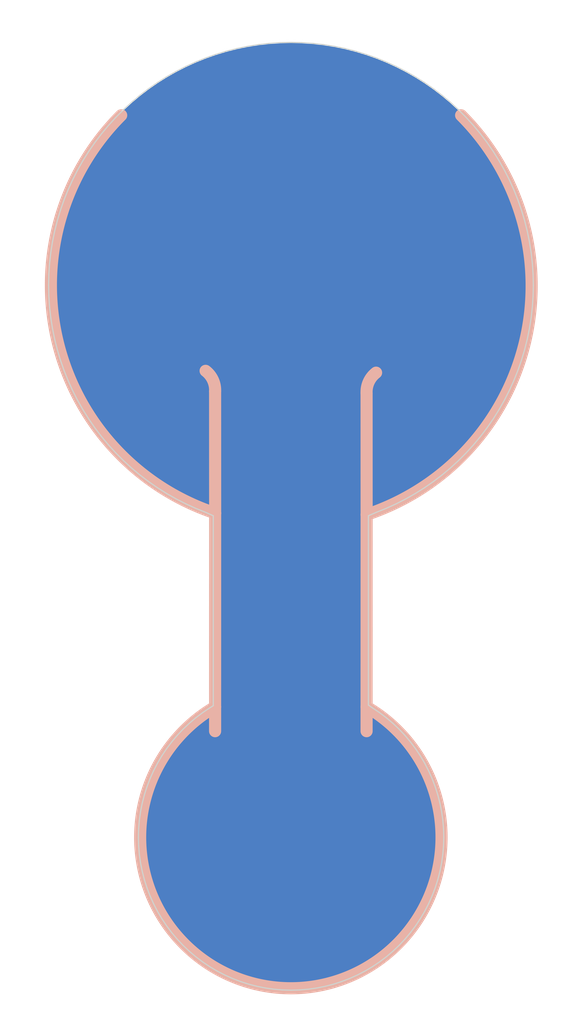
<source format=kicad_pcb>
(kicad_pcb (version 20221018) (generator pcbnew)
  (layers (0 "F.Cu" signal) (31 "B.Cu" signal) (34 "B.Paste" user) (35 "F.Paste" user) (36 "B.SilkS" user "B.Silkscreen") (37 "F.SilkS" user "F.Silkscreen") (38 "B.Mask" user) (39 "F.Mask" user) (44 "Edge.Cuts" user))
  (net 0 "")
  (footprint "" (layer "F.Cu") (at 144.4 80.7)
    (fp_text reference "" (at 0 0) (layer "F.SilkS") (effects (font (size 1.27 1.27))))
    (fp_text value "" (at 0 0) (layer "F.SilkS") (effects (font (size 1.27 1.27))))
    (pad "1" smd circle (at 0 0) (size 14.5 14.5) (layers "F.Cu" "F.Mask"))
  )
  (gr_arc (start 150.65 89.6) (mid 150.833148 88.657951) (end 151.433582 87.9093) (stroke (width 1)) (layer "B.SilkS"))
  (gr_arc (start 138.154002 99.487961) (mid 125.132472 85.256565) (end 130.400001 66.700001) (stroke (width 1)) (layer "B.SilkS"))
  (gr_line (start 138.154002 99.487961) (end 138.15 115.45) (stroke (width 1)) (layer "B.SilkS"))
  (gr_arc (start 158.45 66.7) (mid 163.734525 85.330517) (end 150.653327 99.610034) (stroke (width 1)) (layer "B.SilkS"))
  (gr_line (start 150.65 115.45) (end 150.65 117.45) (stroke (width 1)) (layer "B.SilkS"))
  (gr_arc (start 150.65 115.45) (mid 144.4 138.634828) (end 138.15 115.45) (stroke (width 1)) (layer "B.SilkS"))
  (gr_line (start 150.653327 99.610034) (end 150.65 89.6) (stroke (width 1)) (layer "B.SilkS"))
  (gr_arc (start 137.366415 87.759301) (mid 137.966849 88.507952) (end 138.149997 89.450001) (stroke (width 1)) (layer "B.SilkS"))
  (gr_line (start 150.65 115.45) (end 150.653327 99.610034) (stroke (width 1)) (layer "B.SilkS"))
  (gr_line (start 138.154002 99.487961) (end 138.15 89.45) (stroke (width 1)) (layer "B.SilkS"))
  (gr_line (start 138.15 115.45) (end 138.15 117.45) (stroke (width 1)) (layer "B.SilkS"))
  (gr_line (start 131.839644 125.487024) (end 131.899048 124.78276) (stroke (width 0.1)) (layer "Edge.Cuts"))
  (gr_line (start 142.617283 60.779162) (end 141.725404 60.879653) (stroke (width 0.1)) (layer "Edge.Cuts"))
  (gr_line (start 149.241633 137.834394) (end 148.581338 138.086442) (stroke (width 0.1)) (layer "Edge.Cuts"))
  (gr_line (start 159.471498 67.539873) (end 158.865966 66.877395) (stroke (width 0.1)) (layer "Edge.Cuts"))
  (gr_line (start 156.312752 122.031996) (end 156.52738 122.705385) (stroke (width 0.1)) (layer "Edge.Cuts"))
  (gr_line (start 124.911511 76.248229) (end 124.731477 77.12751) (stroke (width 0.1)) (layer "Edge.Cuts"))
  (gr_line (start 131.899048 127.604264) (end 131.839644 126.9) (stroke (width 0.1)) (layer "Edge.Cuts"))
  (gr_line (start 133.392129 97.390113) (end 134.152083 97.867624) (stroke (width 0.1)) (layer "Edge.Cuts"))
  (gr_line (start 137.128564 136.469579) (end 136.56385 136.044589) (stroke (width 0.1)) (layer "Edge.Cuts"))
  (gr_line (start 126.019514 88.559149) (end 126.390692 89.376323) (stroke (width 0.1)) (layer "Edge.Cuts"))
  (gr_line (start 131.997847 128.30409) (end 131.899048 127.604264) (stroke (width 0.1)) (layer "Edge.Cuts"))
  (gr_line (start 151.123426 115.524787) (end 151.71108 115.917445) (stroke (width 0.1)) (layer "Edge.Cuts"))
  (gr_line (start 133.392129 64.007183) (end 132.654364 64.518308) (stroke (width 0.1)) (layer "Edge.Cuts"))
  (gr_line (start 125.685372 73.671152) (end 125.388939 74.518308) (stroke (width 0.1)) (layer "Edge.Cuts"))
  (gr_line (start 133.751097 132.897116) (end 133.392007 132.28837) (stroke (width 0.1)) (layer "Edge.Cuts"))
  (gr_line (start 164.38993 79.801351) (end 164.329555 78.905862) (stroke (width 0.1)) (layer "Edge.Cuts"))
  (gr_line (start 132.526892 122.031996) (end 132.77894 121.371701) (stroke (width 0.1)) (layer "Edge.Cuts"))
  (gr_line (start 135.510277 135.103057) (end 135.024731 134.589479) (stroke (width 0.1)) (layer "Edge.Cuts"))
  (gr_line (start 145.830574 138.714286) (end 145.12631 138.77369) (stroke (width 0.1)) (layer "Edge.Cuts"))
  (gr_line (start 125.130812 75.377911) (end 124.911511 76.248229) (stroke (width 0.1)) (layer "Edge.Cuts"))
  (gr_line (start 134.152083 97.867624) (end 134.932696 98.310559) (stroke (width 0.1)) (layer "Edge.Cuts"))
  (gr_line (start 136.56385 116.342435) (end 137.128564 115.917445) (stroke (width 0.1)) (layer "Edge.Cuts"))
  (gr_line (start 133.751097 119.489908) (end 134.143755 118.902254) (stroke (width 0.1)) (layer "Edge.Cuts"))
  (gr_line (start 161.101534 91.716588) (end 161.579045 90.956634) (stroke (width 0.1)) (layer "Edge.Cuts"))
  (gr_line (start 143.713334 138.77369) (end 143.00907 138.714286) (stroke (width 0.1)) (layer "Edge.Cuts"))
  (gr_line (start 147.094734 60.879653) (end 146.202855 60.779162) (stroke (width 0.1)) (layer "Edge.Cuts"))
  (gr_line (start 129.34864 93.857423) (end 129.954172 94.519901) (stroke (width 0.1)) (layer "Edge.Cuts"))
  (gr_line (start 156.312752 130.355028) (end 156.060704 131.015323) (stroke (width 0.1)) (layer "Edge.Cuts"))
  (gr_line (start 124.490583 82.491434) (end 124.591074 83.383313) (stroke (width 0.1)) (layer "Edge.Cuts"))
  (gr_line (start 124.430208 79.801351) (end 124.410069 80.698648) (stroke (width 0.1)) (layer "Edge.Cuts"))
  (gr_line (start 135.024731 117.797545) (end 135.510277 117.283967) (stroke (width 0.1)) (layer "Edge.Cuts"))
  (gr_line (start 129.954172 94.519901) (end 130.588816 95.154545) (stroke (width 0.1)) (layer "Edge.Cuts"))
  (gr_line (start 131.899048 124.78276) (end 131.997847 124.082934) (stroke (width 0.1)) (layer "Edge.Cuts"))
  (gr_line (start 155.447637 120.098654) (end 155.77203 120.726577) (stroke (width 0.1)) (layer "Edge.Cuts"))
  (gr_line (start 151.71108 115.917445) (end 152.275794 116.342435) (stroke (width 0.1)) (layer "Edge.Cuts"))
  (gr_line (start 130.588816 95.154545) (end 131.251294 95.760077) (stroke (width 0.1)) (layer "Edge.Cuts"))
  (gr_line (start 129.34864 67.539873) (end 128.773439 68.228852) (stroke (width 0.1)) (layer "Edge.Cuts"))
  (gr_line (start 135.510277 117.283967) (end 136.023855 116.798421) (stroke (width 0.1)) (layer "Edge.Cuts"))
  (gr_line (start 150.590409 61.677518) (end 149.730806 61.419391) (stroke (width 0.1)) (layer "Edge.Cuts"))
  (gr_line (start 134.932696 98.310559) (end 135.732394 98.718025) (stroke (width 0.1)) (layer "Edge.Cuts"))
  (gr_line (start 128.773439 93.168444) (end 129.34864 93.857423) (stroke (width 0.1)) (layer "Edge.Cuts"))
  (gr_line (start 153.329367 117.283967) (end 153.814913 117.797545) (stroke (width 0.1)) (layer "Edge.Cuts"))
  (gr_line (start 134.152083 63.529672) (end 133.392129 64.007183) (stroke (width 0.1)) (layer "Edge.Cuts"))
  (gr_line (start 164.410069 80.698648) (end 164.410069 80.698648) (stroke (width 0.1)) (layer "Edge.Cuts"))
  (gr_line (start 158.231322 66.242751) (end 157.568844 65.637219) (stroke (width 0.1)) (layer "Edge.Cuts"))
  (gr_line (start 128.773439 68.228852) (end 128.229729 68.942943) (stroke (width 0.1)) (layer "Edge.Cuts"))
  (gr_line (start 154.668055 97.867624) (end 155.428009 97.390113) (stroke (width 0.1)) (layer "Edge.Cuts"))
  (gr_line (start 155.447637 132.28837) (end 155.088547 132.897116) (stroke (width 0.1)) (layer "Edge.Cuts"))
  (gr_line (start 164.410069 80.698648) (end 164.38993 79.801351) (stroke (width 0.1)) (layer "Edge.Cuts"))
  (gr_line (start 156.940596 127.604264) (end 156.841797 128.30409) (stroke (width 0.1)) (layer "Edge.Cuts"))
  (gr_line (start 132.312264 122.705385) (end 132.526892 122.031996) (stroke (width 0.1)) (layer "Edge.Cuts"))
  (gr_line (start 151.123426 136.862237) (end 150.51468 137.221327) (stroke (width 0.1)) (layer "Edge.Cuts"))
  (gr_line (start 131.839644 126.9) (end 131.819822 126.193512) (stroke (width 0.1)) (layer "Edge.Cuts"))
  (gr_line (start 148.860488 61.20009) (end 147.981207 61.020056) (stroke (width 0.1)) (layer "Edge.Cuts"))
  (gr_line (start 147.907949 138.30107) (end 147.223586 138.477604) (stroke (width 0.1)) (layer "Edge.Cuts"))
  (gr_line (start 163.908627 76.248229) (end 163.689326 75.377911) (stroke (width 0.1)) (layer "Edge.Cuts"))
  (gr_line (start 125.388939 86.878988) (end 125.685372 87.726144) (stroke (width 0.1)) (layer "Edge.Cuts"))
  (gr_line (start 164.329555 78.905862) (end 164.229064 78.013983) (stroke (width 0.1)) (layer "Edge.Cuts"))
  (gr_line (start 124.410069 80.698648) (end 124.430208 81.595945) (stroke (width 0.1)) (layer "Edge.Cuts"))
  (gr_line (start 144.419822 138.793512) (end 143.713334 138.77369) (stroke (width 0.1)) (layer "Edge.Cuts"))
  (gr_line (start 133.392007 132.28837) (end 133.067614 131.660447) (stroke (width 0.1)) (layer "Edge.Cuts"))
  (gr_line (start 138 115.35) (end 138 99.7) (stroke (width 0.1)) (layer "Edge.Cuts"))
  (gr_line (start 132.13573 128.997276) (end 131.997847 128.30409) (stroke (width 0.1)) (layer "Edge.Cuts"))
  (gr_line (start 125.685372 87.726144) (end 126.019514 88.559149) (stroke (width 0.1)) (layer "Edge.Cuts"))
  (gr_line (start 130.588816 66.242751) (end 129.954172 66.877395) (stroke (width 0.1)) (layer "Edge.Cuts"))
  (gr_line (start 160.046699 93.168444) (end 160.590409 92.454353) (stroke (width 0.1)) (layer "Edge.Cuts"))
  (gr_line (start 163.134766 87.726144) (end 163.431199 86.878988) (stroke (width 0.1)) (layer "Edge.Cuts"))
  (gr_line (start 156.165774 64.518308) (end 155.428009 64.007183) (stroke (width 0.1)) (layer "Edge.Cuts"))
  (gr_line (start 145.307366 60.718787) (end 144.410069 60.698648) (stroke (width 0.1)) (layer "Edge.Cuts"))
  (gr_line (start 153.087744 62.679271) (end 152.27057 62.308093) (stroke (width 0.1)) (layer "Edge.Cuts"))
  (gr_line (start 161.101534 69.680708) (end 160.590409 68.942943) (stroke (width 0.1)) (layer "Edge.Cuts"))
  (gr_line (start 162.429446 89.376323) (end 162.800624 88.559149) (stroke (width 0.1)) (layer "Edge.Cuts"))
  (gr_line (start 155.77203 131.660447) (end 155.447637 132.28837) (stroke (width 0.1)) (layer "Edge.Cuts"))
  (gr_line (start 124.591074 83.383313) (end 124.731477 84.269786) (stroke (width 0.1)) (layer "Edge.Cuts"))
  (gr_line (start 132.77894 131.015323) (end 132.526892 130.355028) (stroke (width 0.1)) (layer "Edge.Cuts"))
  (gr_line (start 132.77894 121.371701) (end 133.067614 120.726577) (stroke (width 0.1)) (layer "Edge.Cuts"))
  (gr_line (start 147.223586 138.477604) (end 146.5304 138.615487) (stroke (width 0.1)) (layer "Edge.Cuts"))
  (gr_line (start 126.798158 90.176021) (end 127.241093 90.956634) (stroke (width 0.1)) (layer "Edge.Cuts"))
  (gr_line (start 160.046699 68.228852) (end 159.471498 67.539873) (stroke (width 0.1)) (layer "Edge.Cuts"))
  (gr_line (start 127.241093 90.956634) (end 127.718604 91.716588) (stroke (width 0.1)) (layer "Edge.Cuts"))
  (gr_line (start 164.329555 82.491434) (end 164.38993 81.595945) (stroke (width 0.1)) (layer "Edge.Cuts"))
  (gr_line (start 152.27057 62.308093) (end 151.437565 61.973951) (stroke (width 0.1)) (layer "Edge.Cuts"))
  (gr_line (start 124.911511 85.149067) (end 125.130812 86.019385) (stroke (width 0.1)) (layer "Edge.Cuts"))
  (gr_line (start 134.143755 133.48477) (end 133.751097 132.897116) (stroke (width 0.1)) (layer "Edge.Cuts"))
  (gr_line (start 124.731477 84.269786) (end 124.911511 85.149067) (stroke (width 0.1)) (layer "Edge.Cuts"))
  (gr_line (start 156.165774 96.878988) (end 156.879865 96.335278) (stroke (width 0.1)) (layer "Edge.Cuts"))
  (gr_line (start 164.088661 84.269786) (end 164.229064 83.383313) (stroke (width 0.1)) (layer "Edge.Cuts"))
  (gr_line (start 146.202855 60.779162) (end 145.307366 60.718787) (stroke (width 0.1)) (layer "Edge.Cuts"))
  (gr_line (start 137.382573 61.973951) (end 136.549568 62.308093) (stroke (width 0.1)) (layer "Edge.Cuts"))
  (gr_line (start 137.382573 99.423345) (end 138 99.7) (stroke (width 0.1)) (layer "Edge.Cuts"))
  (gr_line (start 155.428009 64.007183) (end 154.668055 63.529672) (stroke (width 0.1)) (layer "Edge.Cuts"))
  (gr_line (start 131.940273 96.335278) (end 132.654364 96.878988) (stroke (width 0.1)) (layer "Edge.Cuts"))
  (gr_line (start 161.579045 90.956634) (end 162.02198 90.176021) (stroke (width 0.1)) (layer "Edge.Cuts"))
  (gr_line (start 157.568844 65.637219) (end 156.879865 65.062018) (stroke (width 0.1)) (layer "Edge.Cuts"))
  (gr_line (start 140.931695 138.30107) (end 140.258306 138.086442) (stroke (width 0.1)) (layer "Edge.Cuts"))
  (gr_line (start 134.568745 134.049484) (end 134.143755 133.48477) (stroke (width 0.1)) (layer "Edge.Cuts"))
  (gr_line (start 162.429446 72.020973) (end 162.02198 71.221275) (stroke (width 0.1)) (layer "Edge.Cuts"))
  (gr_line (start 152.275794 116.342435) (end 152.815789 116.798421) (stroke (width 0.1)) (layer "Edge.Cuts"))
  (gr_line (start 126.798158 71.221275) (end 126.390692 72.020973) (stroke (width 0.1)) (layer "Edge.Cuts"))
  (gr_line (start 158.865966 94.519901) (end 159.471498 93.857423) (stroke (width 0.1)) (layer "Edge.Cuts"))
  (gr_line (start 163.689326 75.377911) (end 163.431199 74.518308) (stroke (width 0.1)) (layer "Edge.Cuts"))
  (gr_line (start 135.732394 62.679271) (end 134.932696 63.086737) (stroke (width 0.1)) (layer "Edge.Cuts"))
  (gr_line (start 131.997847 124.082934) (end 132.13573 123.389748) (stroke (width 0.1)) (layer "Edge.Cuts"))
  (gr_line (start 156.703914 128.997276) (end 156.52738 129.681639) (stroke (width 0.1)) (layer "Edge.Cuts"))
  (gr_line (start 154.668055 63.529672) (end 153.887442 63.086737) (stroke (width 0.1)) (layer "Edge.Cuts"))
  (gr_line (start 150.8 115.3) (end 151.123426 115.524787) (stroke (width 0.1)) (layer "Edge.Cuts"))
  (gr_line (start 133.067614 131.660447) (end 132.77894 131.015323) (stroke (width 0.1)) (layer "Edge.Cuts"))
  (gr_line (start 156.841797 128.30409) (end 156.703914 128.997276) (stroke (width 0.1)) (layer "Edge.Cuts"))
  (gr_line (start 135.732394 98.718025) (end 136.549568 99.089203) (stroke (width 0.1)) (layer "Edge.Cuts"))
  (gr_line (start 147.981207 61.020056) (end 147.094734 60.879653) (stroke (width 0.1)) (layer "Edge.Cuts"))
  (gr_line (start 152.815789 116.798421) (end 153.329367 117.283967) (stroke (width 0.1)) (layer "Edge.Cuts"))
  (gr_line (start 153.329367 135.103057) (end 152.815789 135.588603) (stroke (width 0.1)) (layer "Edge.Cuts"))
  (gr_line (start 156.703914 123.389748) (end 156.841797 124.082934) (stroke (width 0.1)) (layer "Edge.Cuts"))
  (gr_line (start 162.02198 71.221275) (end 161.579045 70.440662) (stroke (width 0.1)) (layer "Edge.Cuts"))
  (gr_line (start 153.087744 98.718025) (end 153.887442 98.310559) (stroke (width 0.1)) (layer "Edge.Cuts"))
  (gr_line (start 131.251294 95.760077) (end 131.940273 96.335278) (stroke (width 0.1)) (layer "Edge.Cuts"))
  (gr_line (start 163.431199 86.878988) (end 163.689326 86.019385) (stroke (width 0.1)) (layer "Edge.Cuts"))
  (gr_line (start 150.8 115.3) (end 150.8 99.7) (stroke (width 0.1)) (layer "Edge.Cuts"))
  (gr_line (start 129.954172 66.877395) (end 129.34864 67.539873) (stroke (width 0.1)) (layer "Edge.Cuts"))
  (gr_line (start 124.430208 81.595945) (end 124.490583 82.491434) (stroke (width 0.1)) (layer "Edge.Cuts"))
  (gr_line (start 152.815789 135.588603) (end 152.275794 136.044589) (stroke (width 0.1)) (layer "Edge.Cuts"))
  (gr_line (start 140.838931 61.020056) (end 139.95965 61.20009) (stroke (width 0.1)) (layer "Edge.Cuts"))
  (gr_line (start 159.471498 93.857423) (end 160.046699 93.168444) (stroke (width 0.1)) (layer "Edge.Cuts"))
  (gr_line (start 160.590409 92.454353) (end 161.101534 91.716588) (stroke (width 0.1)) (layer "Edge.Cuts"))
  (gr_line (start 141.616058 138.477604) (end 140.931695 138.30107) (stroke (width 0.1)) (layer "Edge.Cuts"))
  (gr_line (start 138.229729 61.677518) (end 137.382573 61.973951) (stroke (width 0.1)) (layer "Edge.Cuts"))
  (gr_line (start 139.598011 137.834394) (end 138.952887 137.54572) (stroke (width 0.1)) (layer "Edge.Cuts"))
  (gr_line (start 139.95965 61.20009) (end 139.089332 61.419391) (stroke (width 0.1)) (layer "Edge.Cuts"))
  (gr_line (start 133.392007 120.098654) (end 133.751097 119.489908) (stroke (width 0.1)) (layer "Edge.Cuts"))
  (gr_line (start 158.231322 95.154545) (end 158.865966 94.519901) (stroke (width 0.1)) (layer "Edge.Cuts"))
  (gr_line (start 152.275794 136.044589) (end 151.71108 136.469579) (stroke (width 0.1)) (layer "Edge.Cuts"))
  (gr_line (start 126.019514 72.838147) (end 125.685372 73.671152) (stroke (width 0.1)) (layer "Edge.Cuts"))
  (gr_line (start 127.718604 69.680708) (end 127.241093 70.440662) (stroke (width 0.1)) (layer "Edge.Cuts"))
  (gr_line (start 136.549568 99.089203) (end 137.382573 99.423345) (stroke (width 0.1)) (layer "Edge.Cuts"))
  (gr_line (start 157.568844 95.760077) (end 158.231322 95.154545) (stroke (width 0.1)) (layer "Edge.Cuts"))
  (gr_line (start 132.312264 129.681639) (end 132.13573 128.997276) (stroke (width 0.1)) (layer "Edge.Cuts"))
  (gr_line (start 163.134766 73.671152) (end 162.800624 72.838147) (stroke (width 0.1)) (layer "Edge.Cuts"))
  (gr_line (start 125.388939 74.518308) (end 125.130812 75.377911) (stroke (width 0.1)) (layer "Edge.Cuts"))
  (gr_line (start 164.38993 81.595945) (end 164.410069 80.698648) (stroke (width 0.1)) (layer "Edge.Cuts"))
  (gr_line (start 126.390692 72.020973) (end 126.019514 72.838147) (stroke (width 0.1)) (layer "Edge.Cuts"))
  (gr_line (start 135.024731 134.589479) (end 134.568745 134.049484) (stroke (width 0.1)) (layer "Edge.Cuts"))
  (gr_line (start 156.060704 131.015323) (end 155.77203 131.660447) (stroke (width 0.1)) (layer "Edge.Cuts"))
  (gr_line (start 134.568745 118.33754) (end 135.024731 117.797545) (stroke (width 0.1)) (layer "Edge.Cuts"))
  (gr_line (start 146.5304 138.615487) (end 145.830574 138.714286) (stroke (width 0.1)) (layer "Edge.Cuts"))
  (gr_line (start 134.143755 118.902254) (end 134.568745 118.33754) (stroke (width 0.1)) (layer "Edge.Cuts"))
  (gr_line (start 151.71108 136.469579) (end 151.123426 136.862237) (stroke (width 0.1)) (layer "Edge.Cuts"))
  (gr_line (start 137.128564 115.917445) (end 137.716218 115.524787) (stroke (width 0.1)) (layer "Edge.Cuts"))
  (gr_line (start 132.654364 64.518308) (end 131.940273 65.062018) (stroke (width 0.1)) (layer "Edge.Cuts"))
  (gr_line (start 154.695889 133.48477) (end 154.270899 134.049484) (stroke (width 0.1)) (layer "Edge.Cuts"))
  (gr_line (start 132.13573 123.389748) (end 132.312264 122.705385) (stroke (width 0.1)) (layer "Edge.Cuts"))
  (gr_line (start 156.52738 129.681639) (end 156.312752 130.355028) (stroke (width 0.1)) (layer "Edge.Cuts"))
  (gr_line (start 132.526892 130.355028) (end 132.312264 129.681639) (stroke (width 0.1)) (layer "Edge.Cuts"))
  (gr_line (start 136.56385 136.044589) (end 136.023855 135.588603) (stroke (width 0.1)) (layer "Edge.Cuts"))
  (gr_line (start 138.952887 137.54572) (end 138.324964 137.221327) (stroke (width 0.1)) (layer "Edge.Cuts"))
  (gr_line (start 131.819822 126.193512) (end 131.839644 125.487024) (stroke (width 0.1)) (layer "Edge.Cuts"))
  (gr_line (start 150.51468 137.221327) (end 149.886757 137.54572) (stroke (width 0.1)) (layer "Edge.Cuts"))
  (gr_line (start 142.309244 138.615487) (end 141.616058 138.477604) (stroke (width 0.1)) (layer "Edge.Cuts"))
  (gr_line (start 164.088661 77.12751) (end 163.908627 76.248229) (stroke (width 0.1)) (layer "Edge.Cuts"))
  (gr_line (start 154.695889 118.902254) (end 155.088547 119.489908) (stroke (width 0.1)) (layer "Edge.Cuts"))
  (gr_line (start 156.060704 121.371701) (end 156.312752 122.031996) (stroke (width 0.1)) (layer "Edge.Cuts"))
  (gr_line (start 127.241093 70.440662) (end 126.798158 71.221275) (stroke (width 0.1)) (layer "Edge.Cuts"))
  (gr_line (start 155.088547 119.489908) (end 155.447637 120.098654) (stroke (width 0.1)) (layer "Edge.Cuts"))
  (gr_line (start 157 126.9) (end 156.940596 127.604264) (stroke (width 0.1)) (layer "Edge.Cuts"))
  (gr_line (start 163.908627 85.149067) (end 164.088661 84.269786) (stroke (width 0.1)) (layer "Edge.Cuts"))
  (gr_line (start 162.800624 72.838147) (end 162.429446 72.020973) (stroke (width 0.1)) (layer "Edge.Cuts"))
  (gr_line (start 150.8 99.7) (end 151.437565 99.423345) (stroke (width 0.1)) (layer "Edge.Cuts"))
  (gr_line (start 158.865966 66.877395) (end 158.231322 66.242751) (stroke (width 0.1)) (layer "Edge.Cuts"))
  (gr_line (start 153.887442 98.310559) (end 154.668055 97.867624) (stroke (width 0.1)) (layer "Edge.Cuts"))
  (gr_line (start 149.730806 61.419391) (end 148.860488 61.20009) (stroke (width 0.1)) (layer "Edge.Cuts"))
  (gr_line (start 151.437565 61.973951) (end 150.590409 61.677518) (stroke (width 0.1)) (layer "Edge.Cuts"))
  (gr_line (start 157 125.487024) (end 157.019822 126.193512) (stroke (width 0.1)) (layer "Edge.Cuts"))
  (gr_line (start 162.800624 88.559149) (end 163.134766 87.726144) (stroke (width 0.1)) (layer "Edge.Cuts"))
  (gr_line (start 124.731477 77.12751) (end 124.591074 78.013983) (stroke (width 0.1)) (layer "Edge.Cuts"))
  (gr_line (start 125.130812 86.019385) (end 125.388939 86.878988) (stroke (width 0.1)) (layer "Edge.Cuts"))
  (gr_line (start 153.814913 134.589479) (end 153.329367 135.103057) (stroke (width 0.1)) (layer "Edge.Cuts"))
  (gr_line (start 124.490583 78.905862) (end 124.430208 79.801351) (stroke (width 0.1)) (layer "Edge.Cuts"))
  (gr_line (start 134.932696 63.086737) (end 134.152083 63.529672) (stroke (width 0.1)) (layer "Edge.Cuts"))
  (gr_line (start 139.089332 61.419391) (end 138.229729 61.677518) (stroke (width 0.1)) (layer "Edge.Cuts"))
  (gr_line (start 143.00907 138.714286) (end 142.309244 138.615487) (stroke (width 0.1)) (layer "Edge.Cuts"))
  (gr_line (start 155.088547 132.897116) (end 154.695889 133.48477) (stroke (width 0.1)) (layer "Edge.Cuts"))
  (gr_line (start 161.579045 70.440662) (end 161.101534 69.680708) (stroke (width 0.1)) (layer "Edge.Cuts"))
  (gr_line (start 153.814913 117.797545) (end 154.270899 118.33754) (stroke (width 0.1)) (layer "Edge.Cuts"))
  (gr_line (start 124.591074 78.013983) (end 124.490583 78.905862) (stroke (width 0.1)) (layer "Edge.Cuts"))
  (gr_line (start 156.879865 65.062018) (end 156.165774 64.518308) (stroke (width 0.1)) (layer "Edge.Cuts"))
  (gr_line (start 153.887442 63.086737) (end 153.087744 62.679271) (stroke (width 0.1)) (layer "Edge.Cuts"))
  (gr_line (start 128.229729 68.942943) (end 127.718604 69.680708) (stroke (width 0.1)) (layer "Edge.Cuts"))
  (gr_line (start 132.654364 96.878988) (end 133.392129 97.390113) (stroke (width 0.1)) (layer "Edge.Cuts"))
  (gr_line (start 131.251294 65.637219) (end 130.588816 66.242751) (stroke (width 0.1)) (layer "Edge.Cuts"))
  (gr_line (start 143.512772 60.718787) (end 142.617283 60.779162) (stroke (width 0.1)) (layer "Edge.Cuts"))
  (gr_line (start 162.02198 90.176021) (end 162.429446 89.376323) (stroke (width 0.1)) (layer "Edge.Cuts"))
  (gr_line (start 136.549568 62.308093) (end 135.732394 62.679271) (stroke (width 0.1)) (layer "Edge.Cuts"))
  (gr_line (start 157.019822 126.193512) (end 157 126.9) (stroke (width 0.1)) (layer "Edge.Cuts"))
  (gr_line (start 136.023855 135.588603) (end 135.510277 135.103057) (stroke (width 0.1)) (layer "Edge.Cuts"))
  (gr_line (start 151.437565 99.423345) (end 152.27057 99.089203) (stroke (width 0.1)) (layer "Edge.Cuts"))
  (gr_line (start 137.716218 136.862237) (end 137.128564 136.469579) (stroke (width 0.1)) (layer "Edge.Cuts"))
  (gr_line (start 128.229729 92.454353) (end 128.773439 93.168444) (stroke (width 0.1)) (layer "Edge.Cuts"))
  (gr_line (start 164.229064 83.383313) (end 164.329555 82.491434) (stroke (width 0.1)) (layer "Edge.Cuts"))
  (gr_line (start 138.324964 137.221327) (end 137.716218 136.862237) (stroke (width 0.1)) (layer "Edge.Cuts"))
  (gr_line (start 141.725404 60.879653) (end 140.838931 61.020056) (stroke (width 0.1)) (layer "Edge.Cuts"))
  (gr_line (start 154.270899 118.33754) (end 154.695889 118.902254) (stroke (width 0.1)) (layer "Edge.Cuts"))
  (gr_line (start 131.940273 65.062018) (end 131.251294 65.637219) (stroke (width 0.1)) (layer "Edge.Cuts"))
  (gr_line (start 152.27057 99.089203) (end 153.087744 98.718025) (stroke (width 0.1)) (layer "Edge.Cuts"))
  (gr_line (start 156.52738 122.705385) (end 156.703914 123.389748) (stroke (width 0.1)) (layer "Edge.Cuts"))
  (gr_line (start 145.12631 138.77369) (end 144.419822 138.793512) (stroke (width 0.1)) (layer "Edge.Cuts"))
  (gr_line (start 155.77203 120.726577) (end 156.060704 121.371701) (stroke (width 0.1)) (layer "Edge.Cuts"))
  (gr_line (start 144.410069 60.698648) (end 143.512772 60.718787) (stroke (width 0.1)) (layer "Edge.Cuts"))
  (gr_line (start 154.270899 134.049484) (end 153.814913 134.589479) (stroke (width 0.1)) (layer "Edge.Cuts"))
  (gr_line (start 156.940596 124.78276) (end 157 125.487024) (stroke (width 0.1)) (layer "Edge.Cuts"))
  (gr_line (start 136.023855 116.798421) (end 136.56385 116.342435) (stroke (width 0.1)) (layer "Edge.Cuts"))
  (gr_line (start 163.431199 74.518308) (end 163.134766 73.671152) (stroke (width 0.1)) (layer "Edge.Cuts"))
  (gr_line (start 149.886757 137.54572) (end 149.241633 137.834394) (stroke (width 0.1)) (layer "Edge.Cuts"))
  (gr_line (start 140.258306 138.086442) (end 139.598011 137.834394) (stroke (width 0.1)) (layer "Edge.Cuts"))
  (gr_line (start 156.879865 96.335278) (end 157.568844 95.760077) (stroke (width 0.1)) (layer "Edge.Cuts"))
  (gr_line (start 163.689326 86.019385) (end 163.908627 85.149067) (stroke (width 0.1)) (layer "Edge.Cuts"))
  (gr_line (start 126.390692 89.376323) (end 126.798158 90.176021) (stroke (width 0.1)) (layer "Edge.Cuts"))
  (gr_line (start 156.841797 124.082934) (end 156.940596 124.78276) (stroke (width 0.1)) (layer "Edge.Cuts"))
  (gr_line (start 160.590409 68.942943) (end 160.046699 68.228852) (stroke (width 0.1)) (layer "Edge.Cuts"))
  (gr_line (start 137.716218 115.524787) (end 138 115.35) (stroke (width 0.1)) (layer "Edge.Cuts"))
  (gr_line (start 133.067614 120.726577) (end 133.392007 120.098654) (stroke (width 0.1)) (layer "Edge.Cuts"))
  (gr_line (start 155.428009 97.390113) (end 156.165774 96.878988) (stroke (width 0.1)) (layer "Edge.Cuts"))
  (gr_line (start 164.229064 78.013983) (end 164.088661 77.12751) (stroke (width 0.1)) (layer "Edge.Cuts"))
  (gr_line (start 148.581338 138.086442) (end 147.907949 138.30107) (stroke (width 0.1)) (layer "Edge.Cuts"))
  (gr_line (start 127.718604 91.716588) (end 128.229729 92.454353) (stroke (width 0.1)) (layer "Edge.Cuts"))
  (zone (net 0) (net_name "") (layer "F.Cu") (connect_pads (clearance 0.508)) (min_thickness 0.254) (fill yes (thermal_gap 0.508) (thermal_bridge_width 0.508))
    (polygon (pts (xy 168 139.6) (xy 121.5 140.2) (xy 123.3 57.2) (xy 168.2 57.2)))
  )
  (zone (net 0) (net_name "") (layer "B.Cu") (connect_pads (clearance 0.508)) (min_thickness 0.254) (fill yes (thermal_gap 0.508) (thermal_bridge_width 0.508))
    (polygon (pts (xy 167.6 58.4) (xy 167.2 140.2) (xy 121.1 140.7) (xy 122.3 58)))
  )
)
</source>
